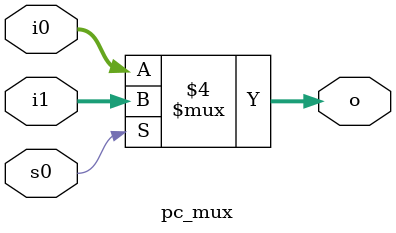
<source format=sv>
module pc_mux #(parameter n =32)(i1,i0,s0,o);
  input logic [n-1:0]i1,i0;
  output logic [n-1:0]o;
  input logic s0;
   always_comb begin
	  if (s0 == 0)
	        o=i0;
	  else
	       o=i1;
	end
endmodule
</source>
